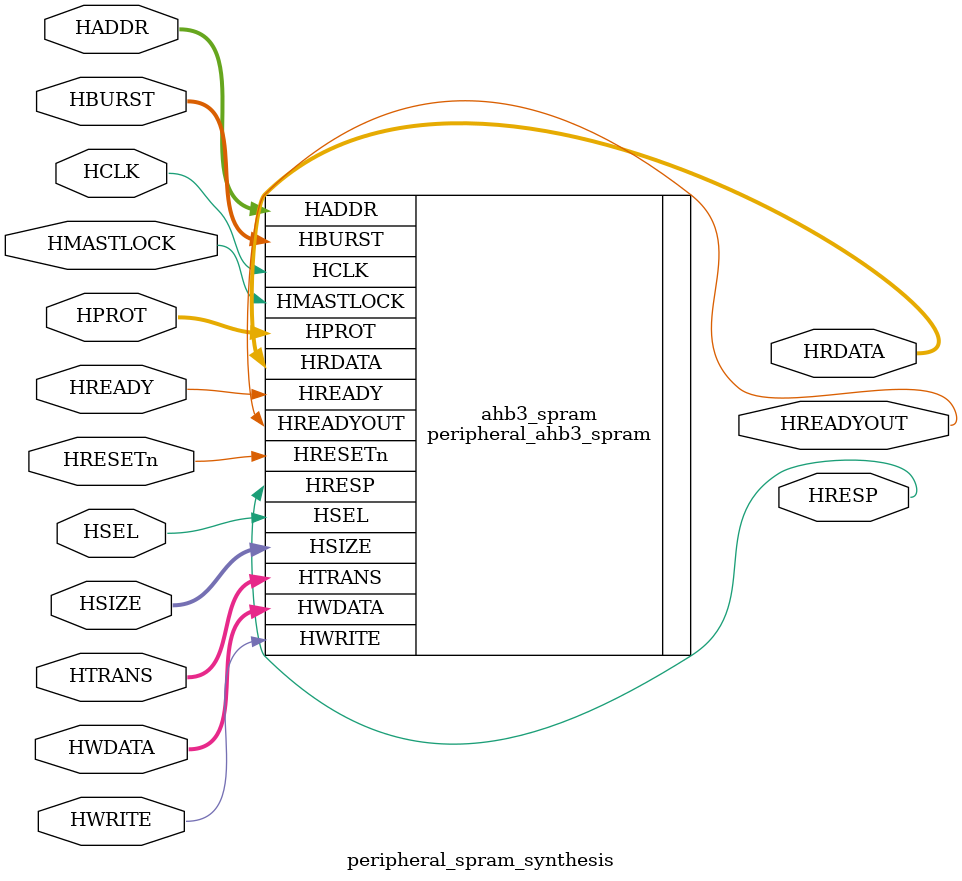
<source format=sv>

/* Copyright (c) 2018-2019 by the author(s)
 *
 * Permission is hereby granted, free of charge, to any person obtaining a copy
 * of this software and associated documentation files (the "Software"), to deal
 * in the Software without restriction, including without limitation the rights
 * to use, copy, modify, merge, publish, distribute, sublicense, and/or sell
 * copies of the Software, and to permit persons to whom the Software is
 * furnished to do so, subject to the following conditions:
 *
 * The above copyright notice and this permission notice shall be included in
 * all copies or substantial portions of the Software.
 *
 * THE SOFTWARE IS PROVIDED "AS IS", WITHOUT WARRANTY OF ANY KIND, EXPRESS OR
 * IMPLIED, INCLUDING BUT NOT LIMITED TO THE WARRANTIES OF MERCHANTABILITY,
 * FITNESS FOR A PARTICULAR PURPOSE AND NONINFRINGEMENT. IN NO EVENT SHALL THE
 * AUTHORS OR COPYRIGHT HOLDERS BE LIABLE FOR ANY CLAIM, DAMAGES OR OTHER
 * LIABILITY, WHETHER IN AN ACTION OF CONTRACT, TORT OR OTHERWISE, ARISING FROM,
 * OUT OF OR IN CONNECTION WITH THE SOFTWARE OR THE USE OR OTHER DEALINGS IN
 * THE SOFTWARE.
 *
 * =============================================================================
 * Author(s):
 *   Paco Reina Campo <pacoreinacampo@queenfield.tech>
 */

module peripheral_spram_synthesis #(
  parameter MEM_SIZE          = 256, //Memory in Bytes
  parameter MEM_DEPTH         = 256, //Memory depth
  parameter PLEN              = 8,
  parameter XLEN              = 32,
  parameter TECHNOLOGY        = "GENERIC",
  parameter REGISTERED_OUTPUT = "NO"
)
  (
  input                 HRESETn,
  input                 HCLK,

  input                 HSEL,
  input      [PLEN-1:0] HADDR,
  input      [XLEN-1:0] HWDATA,
  output reg [XLEN-1:0] HRDATA,
  input                 HWRITE,
  input      [     2:0] HSIZE,
  input      [     2:0] HBURST,
  input      [     3:0] HPROT,
  input      [     1:0] HTRANS,
  input                 HMASTLOCK,
  output reg            HREADYOUT,
  input                 HREADY,
  output                HRESP
);

  //////////////////////////////////////////////////////////////////
  //
  // Module Body
  //

  //DUT AHB3
  peripheral_ahb3_spram #(
  .MEM_SIZE          ( MEM_SIZE ),
  .MEM_DEPTH         ( MEM_DEPTH ),
  .PLEN              ( PLEN ),
  .XLEN              ( XLEN ),
  .TECHNOLOGY        ( TECHNOLOGY ),
  .REGISTERED_OUTPUT ( REGISTERED_OUTPUT )
  )
  ahb3_spram (
    .HRESETn   ( HRESETn ),
    .HCLK      ( HCLK    ),

    .HSEL      ( HSEL      ),
    .HADDR     ( HADDR     ),
    .HWDATA    ( HWDATA    ),
    .HRDATA    ( HRDATA    ),
    .HWRITE    ( HWRITE    ),
    .HSIZE     ( HSIZE     ),
    .HBURST    ( HBURST    ),
    .HPROT     ( HPROT     ),
    .HTRANS    ( HTRANS    ),
    .HMASTLOCK ( HMASTLOCK ),
    .HREADYOUT ( HREADYOUT ),
    .HREADY    ( HREADY    ),
    .HRESP     ( HRESP     )
  );
endmodule

</source>
